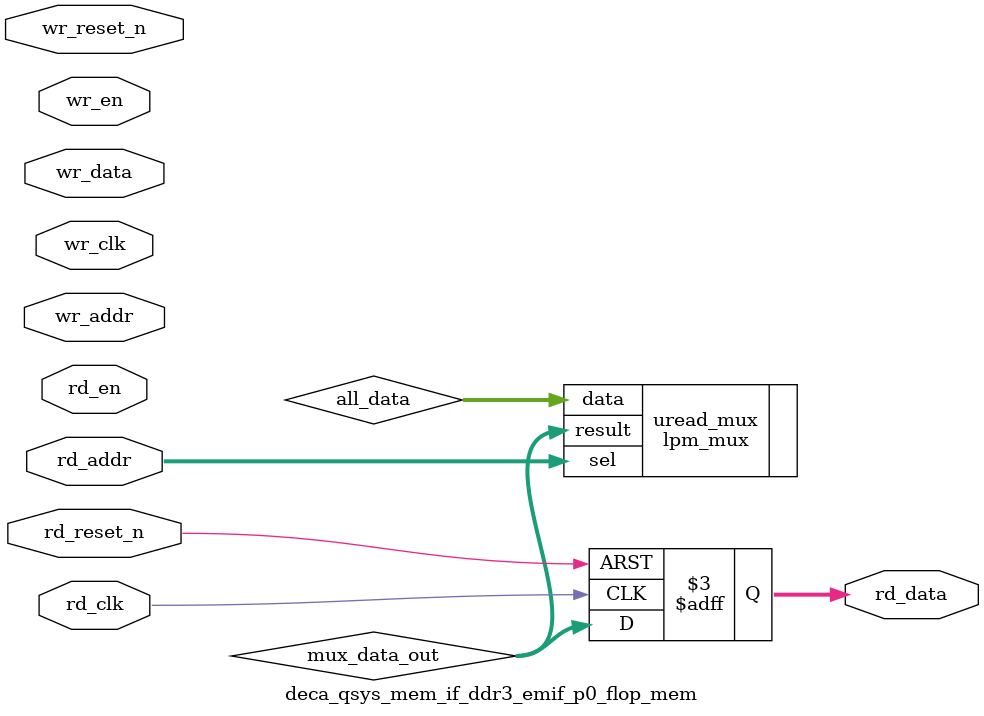
<source format=v>



`timescale 1 ps / 1 ps

(* altera_attribute = "-name ALLOW_SYNCH_CTRL_USAGE ON;-name AUTO_CLOCK_ENABLE_RECOGNITION ON" *)
module deca_qsys_mem_if_ddr3_emif_p0_flop_mem(
	wr_reset_n,
	wr_clk,
	wr_en,
	wr_addr,
	wr_data,
	rd_reset_n,
	rd_clk,
	rd_en,
	rd_addr,
	rd_data
);

parameter WRITE_MEM_DEPTH	= "";
parameter WRITE_ADDR_WIDTH	= "";
parameter WRITE_DATA_WIDTH	= "";
parameter READ_MEM_DEPTH	= "";
parameter READ_ADDR_WIDTH	= "";		 
parameter READ_DATA_WIDTH	= "";


input	wr_reset_n;
input	wr_clk;
input	wr_en;
input	[WRITE_ADDR_WIDTH-1:0] wr_addr;
input	[WRITE_DATA_WIDTH-1:0] wr_data;
input	rd_reset_n;
input	rd_clk;
input	rd_en;
input	[READ_ADDR_WIDTH-1:0] rd_addr;
output	[READ_DATA_WIDTH-1:0] rd_data;



wire	[WRITE_DATA_WIDTH*WRITE_MEM_DEPTH-1:0] all_data;
wire	[READ_DATA_WIDTH-1:0] mux_data_out;



// declare a memory with WRITE_MEM_DEPTH entries
// each entry contains a data size of WRITE_DATA_WIDTH
reg	[WRITE_DATA_WIDTH-1:0] data_stored [0:WRITE_MEM_DEPTH-1] /* synthesis syn_preserve = 1 */;
reg	[READ_DATA_WIDTH-1:0] rd_data;

generate
genvar entry;
	for (entry=0; entry < WRITE_MEM_DEPTH; entry=entry+1)
	begin: mem_location
		assign all_data[(WRITE_DATA_WIDTH*(entry+1)-1) : (WRITE_DATA_WIDTH*entry)] = data_stored[entry]; 
		
		always @(posedge wr_clk or negedge wr_reset_n)
		begin
			if (~wr_reset_n) begin
				data_stored[entry] <= {WRITE_DATA_WIDTH{1'b0}};
			end else begin
				if (wr_en) begin
					if (entry == wr_addr) begin
						data_stored[entry] <= wr_data;
					end
				end
			end
		end		
	end
endgenerate

// mux to select the correct output data based on read address
lpm_mux	uread_mux(
	.sel (rd_addr),
	.data (all_data),
	.result (mux_data_out)
	// synopsys translate_off
	,
	.aclr (),
	.clken (),
	.clock ()
	// synopsys translate_on
	);
 defparam uread_mux.lpm_size = READ_MEM_DEPTH;
 defparam uread_mux.lpm_type = "LPM_MUX";
 defparam uread_mux.lpm_width = READ_DATA_WIDTH;
 defparam uread_mux.lpm_widths = READ_ADDR_WIDTH;

always @(posedge rd_clk or negedge rd_reset_n)	
begin
	if (~rd_reset_n) begin
		rd_data <= {READ_DATA_WIDTH{1'b0}};
	end else begin
		rd_data <= mux_data_out;
	end
end

endmodule

</source>
